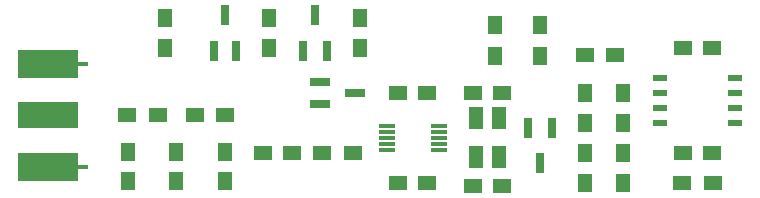
<source format=gbr>
G04 #@! TF.FileFunction,Paste,Top*
%FSLAX46Y46*%
G04 Gerber Fmt 4.6, Leading zero omitted, Abs format (unit mm)*
G04 Created by KiCad (PCBNEW 0.201508030901+6040~28~ubuntu14.04.1-product) date Wed 05 Aug 2015 11:40:12 PM CDT*
%MOMM*%
G01*
G04 APERTURE LIST*
%ADD10C,0.100000*%
%ADD11R,1.250000X1.500000*%
%ADD12R,1.500000X1.250000*%
%ADD13R,1.501140X1.198880*%
%ADD14R,1.800860X0.800100*%
%ADD15R,1.198880X1.501140*%
%ADD16R,0.800100X1.800860*%
%ADD17R,1.400000X0.300000*%
%ADD18R,1.143000X0.508000*%
%ADD19R,0.889000X0.457200*%
%ADD20R,5.080000X2.413000*%
%ADD21R,5.080000X2.286000*%
%ADD22R,1.200000X1.900000*%
G04 APERTURE END LIST*
D10*
D11*
X126873000Y-87610000D03*
X126873000Y-85110000D03*
X123190000Y-98913000D03*
X123190000Y-96413000D03*
D12*
X128885000Y-96520000D03*
X126385000Y-96520000D03*
D11*
X118999000Y-98913000D03*
X118999000Y-96413000D03*
X118110000Y-85110000D03*
X118110000Y-87610000D03*
X114935000Y-98913000D03*
X114935000Y-96413000D03*
D12*
X144165000Y-91440000D03*
X146665000Y-91440000D03*
X146665000Y-99314000D03*
X144165000Y-99314000D03*
D11*
X156845000Y-99040000D03*
X156845000Y-96540000D03*
D12*
X156190000Y-88265000D03*
X153690000Y-88265000D03*
X164445000Y-96520000D03*
X161945000Y-96520000D03*
X140315000Y-91440000D03*
X137815000Y-91440000D03*
X140315000Y-99060000D03*
X137815000Y-99060000D03*
X164445000Y-87630000D03*
X161945000Y-87630000D03*
D13*
X123220480Y-93345000D03*
X120619520Y-93345000D03*
X131414520Y-96520000D03*
X134015480Y-96520000D03*
X117505480Y-93345000D03*
X114904520Y-93345000D03*
D14*
X131213860Y-90490000D03*
X131213860Y-92390000D03*
X134216140Y-91440000D03*
D15*
X149860000Y-85694520D03*
X149860000Y-88295480D03*
X146050000Y-85694520D03*
X146050000Y-88295480D03*
X153670000Y-99090480D03*
X153670000Y-96489520D03*
X153670000Y-94010480D03*
X153670000Y-91409520D03*
X156845000Y-91409520D03*
X156845000Y-94010480D03*
D13*
X164495480Y-99060000D03*
X161894520Y-99060000D03*
D16*
X122240000Y-87861140D03*
X124140000Y-87861140D03*
X123190000Y-84858860D03*
D17*
X141265000Y-96250000D03*
X141265000Y-95750000D03*
X141265000Y-95250000D03*
X141265000Y-94750000D03*
X141265000Y-94250000D03*
X136865000Y-94250000D03*
X136865000Y-94750000D03*
X136865000Y-95250000D03*
X136865000Y-95750000D03*
X136865000Y-96250000D03*
D18*
X166370000Y-90170000D03*
X166370000Y-91440000D03*
X166370000Y-92710000D03*
X166370000Y-93980000D03*
X160020000Y-93980000D03*
X160020000Y-92710000D03*
X160020000Y-91440000D03*
X160020000Y-90170000D03*
D19*
X111188500Y-97726500D03*
D20*
X108204000Y-97726500D03*
D21*
X108204000Y-93345000D03*
D20*
X108204000Y-88963500D03*
D19*
X111188500Y-88963500D03*
D16*
X129810000Y-87861140D03*
X131810000Y-87861140D03*
X130810000Y-84858860D03*
X150860000Y-94383860D03*
X148860000Y-94383860D03*
X149860000Y-97386140D03*
D22*
X144415000Y-96900000D03*
X146415000Y-93600000D03*
X146415000Y-96900000D03*
X144415000Y-93600000D03*
D11*
X134620000Y-85110000D03*
X134620000Y-87610000D03*
M02*

</source>
